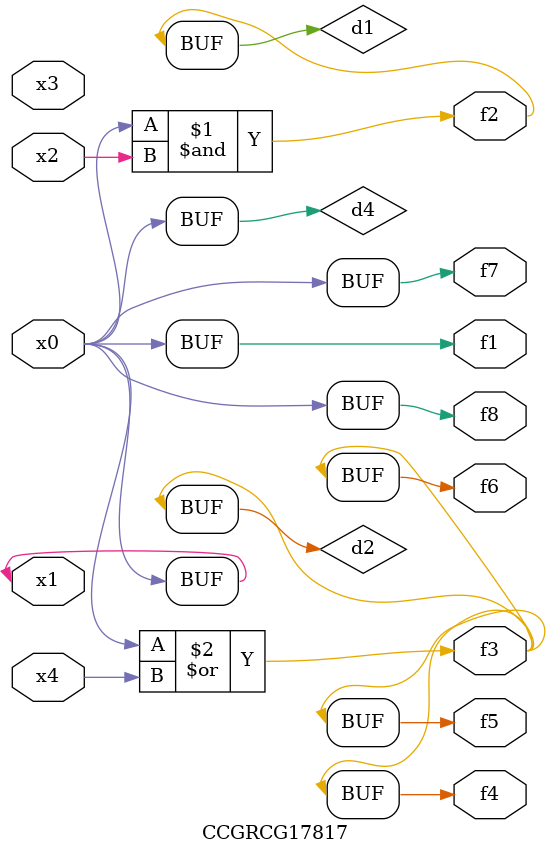
<source format=v>
module CCGRCG17817(
	input x0, x1, x2, x3, x4,
	output f1, f2, f3, f4, f5, f6, f7, f8
);

	wire d1, d2, d3, d4;

	and (d1, x0, x2);
	or (d2, x0, x4);
	nand (d3, x0, x2);
	buf (d4, x0, x1);
	assign f1 = d4;
	assign f2 = d1;
	assign f3 = d2;
	assign f4 = d2;
	assign f5 = d2;
	assign f6 = d2;
	assign f7 = d4;
	assign f8 = d4;
endmodule

</source>
